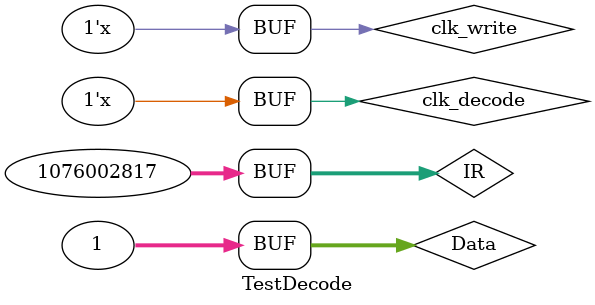
<source format=v>
module TestDecode();

reg clk_decode;
reg clk_write;
reg [31:0]IR;
reg [31:0]Data;

wire [5:0]Op;
wire [31:0]A;
wire [31:0]B;
wire [31:0]Imm;

initial
begin
    clk_decode = 1;
	 clk_write = 1;
    IR = 32'h40228001;
    Data = 32'h00000001;
end

Decode decode(clk_decode,clk_write,IR,Data,Op,A,B,Imm);

always
begin
#2 clk_decode =  ~clk_decode;
#2 clk_write =  ~clk_write;
end

endmodule
</source>
